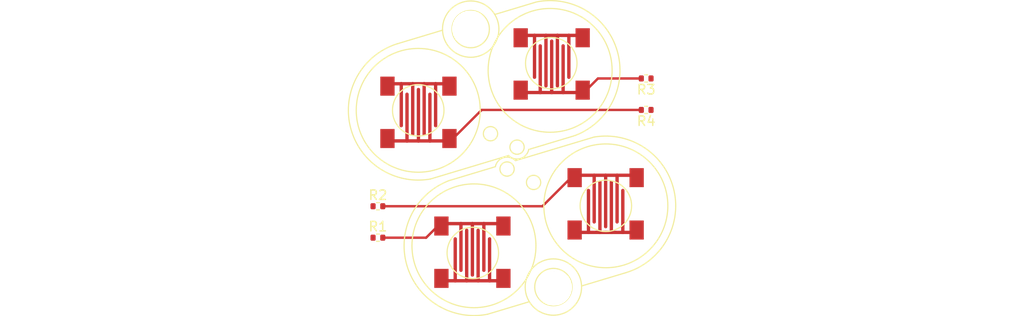
<source format=kicad_pcb>
(kicad_pcb (version 20221018) (generator pcbnew)
  (layers (0 "F.Cu" signal) (31 "B.Cu" signal) (34 "B.Paste" user) (35 "F.Paste" user) (36 "B.SilkS" user "B.Silkscreen") (37 "F.SilkS" user "F.Silkscreen") (38 "B.Mask" user) (39 "F.Mask" user) (44 "Edge.Cuts" user))
  (net 0 "")
  (net 1 "gnd")
  (net 2 "a")
  (net 3 "b")
  (net 4 "x")
  (net 5 "y")
  (net 6 "vcc")
  (footprint "lib:R0402" (layer "F.Cu") (at 195.58 59.944 180)
    (fp_text reference "R3" (at 0 -1.17) (layer "F.SilkS"))
    (fp_text value "62.5mW Thick Film Resistors 50V ±100ppm/℃ ±1% 10kΩ 0402  Chip Resistor - Surface Mount ROHS")
    (fp_line (start -0.153641 -0.38) (end 0.153641 -0.38) (stroke (width 0.12)) (layer "F.SilkS"))
    (fp_line (start -0.153641 0.38) (end 0.153641 0.38) (stroke (width 0.12)) (layer "F.SilkS"))
    (pad "1" smd roundrect (at -0.51 0 180) (size 0.54 0.64) (layers "F.Cu" "F.Paste" "F.Mask") (net 1 "gnd"))
    (pad "2" smd roundrect (at 0.51 0 180) (size 0.54 0.64) (layers "F.Cu" "F.Paste" "F.Mask") (net 4 "x"))
  )
  (footprint "lib:GBC_A_B_BUTTON" (layer "F.Cu") (at 191.331 73.108)
    (fp_text reference "U3" hide)
    (fp_text value "" hide)
    (fp_line (start -3 -3) (end -1.2 -3) (stroke (width 0.35)) (layer "F.Cu"))
    (fp_line (start -3 3) (end -1.8 3) (stroke (width 0.35)) (layer "F.Cu"))
    (fp_line (start -1.8 3) (end -1.8 -1.4) (stroke (width 0.35)) (layer "F.Cu"))
    (fp_line (start -1.8 3) (end -0.6 3) (stroke (width 0.35)) (layer "F.Cu"))
    (fp_line (start -1.2 -3) (end -1.2 1.9) (stroke (width 0.35)) (layer "F.Cu"))
    (fp_line (start -1.2 -3) (end 0 -3) (stroke (width 0.35)) (layer "F.Cu"))
    (fp_line (start -0.6 3) (end -0.6 -2.3) (stroke (width 0.35)) (layer "F.Cu"))
    (fp_line (start -0.6 3) (end 0.6 3) (stroke (width 0.35)) (layer "F.Cu"))
    (fp_line (start 0 -3) (end 0 2.4) (stroke (width 0.35)) (layer "F.Cu"))
    (fp_line (start 0 -3) (end 1.2 -3) (stroke (width 0.35)) (layer "F.Cu"))
    (fp_line (start 0.6 3) (end 0.6 -2.3) (stroke (width 0.35)) (layer "F.Cu"))
    (fp_line (start 0.6 3) (end 1.8 3) (stroke (width 0.35)) (layer "F.Cu"))
    (fp_line (start 1.2 -3) (end 1.2 1.9) (stroke (width 0.35)) (layer "F.Cu"))
    (fp_line (start 1.2 -3) (end 3 -3) (stroke (width 0.35)) (layer "F.Cu"))
    (fp_line (start 1.8 3) (end 1.8 -1.4) (stroke (width 0.35)) (layer "F.Cu"))
    (fp_line (start 1.8 3) (end 3 3) (stroke (width 0.35)) (layer "F.Cu"))
    (fp_poly (pts (xy -4 3.75) (xy -2.5 3.75) (xy -2.5 1.75) (xy -4 1.75)) (fill solid) (layer "F.Cu"))
    (pad "1" smd rect (at -3.25 -2.75) (size 1.5 2) (layers "F.Cu" "F.Paste" "F.Mask") (net 3 "b"))
    (pad "2" smd rect (at 0 3) (size 0.25 0.25) (layers "F.Cu") (net 6 "vcc"))
    (pad "3" smd rect (at 3.25 -2.75) (size 1.5 2) (layers "F.Cu" "F.Paste" "F.Mask") (net 3 "b"))
    (pad "4" smd rect (at 3.25 2.75) (size 1.5 2) (layers "F.Cu" "F.Paste" "F.Mask") (net 6 "vcc"))
  )
  (footprint "lib:R0402" (layer "F.Cu") (at 167.455 76.664)
    (fp_text reference "R1" (at 0 -1.17) (layer "F.SilkS"))
    (fp_text value "62.5mW Thick Film Resistors 50V ±100ppm/℃ ±1% 10kΩ 0402  Chip Resistor - Surface Mount ROHS")
    (fp_line (start -0.153641 -0.38) (end 0.153641 -0.38) (stroke (width 0.12)) (layer "F.SilkS"))
    (fp_line (start -0.153641 0.38) (end 0.153641 0.38) (stroke (width 0.12)) (layer "F.SilkS"))
    (pad "1" smd roundrect (at -0.51 0) (size 0.54 0.64) (layers "F.Cu" "F.Paste" "F.Mask") (net 1 "gnd"))
    (pad "2" smd roundrect (at 0.51 0) (size 0.54 0.64) (layers "F.Cu" "F.Paste" "F.Mask") (net 2 "a"))
  )
  (footprint "lib:GBC_A_B_BUTTON" (layer "F.Cu") (at 171.704 63.5 180)
    (fp_text reference "U6" hide)
    (fp_text value "" hide)
    (fp_line (start -3 -3) (end -1.2 -3) (stroke (width 0.35)) (layer "F.Cu"))
    (fp_line (start -3 3) (end -1.8 3) (stroke (width 0.35)) (layer "F.Cu"))
    (fp_line (start -1.8 3) (end -1.8 -1.4) (stroke (width 0.35)) (layer "F.Cu"))
    (fp_line (start -1.8 3) (end -0.6 3) (stroke (width 0.35)) (layer "F.Cu"))
    (fp_line (start -1.2 -3) (end -1.2 1.9) (stroke (width 0.35)) (layer "F.Cu"))
    (fp_line (start -1.2 -3) (end 0 -3) (stroke (width 0.35)) (layer "F.Cu"))
    (fp_line (start -0.6 3) (end -0.6 -2.3) (stroke (width 0.35)) (layer "F.Cu"))
    (fp_line (start -0.6 3) (end 0.6 3) (stroke (width 0.35)) (layer "F.Cu"))
    (fp_line (start 0 -3) (end 0 2.4) (stroke (width 0.35)) (layer "F.Cu"))
    (fp_line (start 0 -3) (end 1.2 -3) (stroke (width 0.35)) (layer "F.Cu"))
    (fp_line (start 0.6 3) (end 0.6 -2.3) (stroke (width 0.35)) (layer "F.Cu"))
    (fp_line (start 0.6 3) (end 1.8 3) (stroke (width 0.35)) (layer "F.Cu"))
    (fp_line (start 1.2 -3) (end 1.2 1.9) (stroke (width 0.35)) (layer "F.Cu"))
    (fp_line (start 1.2 -3) (end 3 -3) (stroke (width 0.35)) (layer "F.Cu"))
    (fp_line (start 1.8 3) (end 1.8 -1.4) (stroke (width 0.35)) (layer "F.Cu"))
    (fp_line (start 1.8 3) (end 3 3) (stroke (width 0.35)) (layer "F.Cu"))
    (fp_poly (pts (xy -4 3.75) (xy -2.5 3.75) (xy -2.5 1.75) (xy -4 1.75)) (fill solid) (layer "F.Cu"))
    (pad "1" smd rect (at -3.25 -2.75 180) (size 1.5 2) (layers "F.Cu" "F.Paste" "F.Mask") (net 5 "y"))
    (pad "2" smd rect (at 0 3 180) (size 0.25 0.25) (layers "F.Cu") (net 6 "vcc"))
    (pad "3" smd rect (at 3.25 -2.75 180) (size 1.5 2) (layers "F.Cu" "F.Paste" "F.Mask") (net 5 "y"))
    (pad "4" smd rect (at 3.25 2.75 180) (size 1.5 2) (layers "F.Cu" "F.Paste" "F.Mask") (net 6 "vcc"))
  )
  (footprint "lib:GAMEBOY_COLOR_A_B_BUTTON_MEMBRANE" (layer "F.Cu") (at 178.67075 60.820284 180)
    (fp_text reference "U4" hide)
    (fp_text value "" hide)
    (fp_line (start -9.441981 -5.120018) (end -4.59644 -6.5786) (stroke (width 0.127)) (layer "F.SilkS"))
    (fp_line (start -5.397868 8.9101) (end -1.037759 7.59764) (stroke (width 0.127)) (layer "F.SilkS"))
    (fp_line (start -2.482781 -7.21485) (end 5.716209 -9.682868) (stroke (width 0.127)) (layer "F.SilkS"))
    (fp_line (start 4.44319 5.94779) (end 9.094468 4.547681) (stroke (width 0.127)) (layer "F.SilkS"))
    (fp_arc (start -5.397868 8.910096) (mid -13.879167 3.756885) (end -9.441981 -5.120018) (stroke (width 0.127)) (layer "F.SilkS"))
    (fp_arc (start -4.596447 -6.578599) (mid -3.730759 -7.531721) (end -2.482781 -7.21485) (stroke (width 0.127)) (layer "F.SilkS"))
    (fp_arc (start 5.716209 -9.68287) (mid 14.116054 -4.160683) (end 9.094468 4.547681) (stroke (width 0.127)) (layer "F.SilkS"))
    (fp_circle (center -6.959509 2.47845) (end -4.2591 2.47845) (stroke (width 0.127)) (fill none) (layer "F.SilkS"))
    (fp_circle (center -6.84019 1.72794) (end -0.34019 1.72794) (stroke (width 0.127)) (fill none) (layer "F.SilkS"))
    (fp_circle (center -3.37045 -6.334768) (end -2.62045 -6.334768) (stroke (width 0.127)) (fill none) (layer "F.SilkS"))
    (fp_circle (center -0.588131 -4.92575) (end 0.161869 -4.92575) (stroke (width 0.127)) (fill none) (layer "F.SilkS"))
    (fp_circle (center 1.48784 6.058868) (end 3.44528 6.058868) (stroke (width 0.127)) (fill none) (layer "F.SilkS"))
    (fp_circle (center 1.48784 6.058868) (end 4.44528 6.058868) (stroke (width 0.127)) (fill none) (layer "F.SilkS"))
    (fp_circle (center 6.988581 -2.468659) (end 9.688999 -2.468659) (stroke (width 0.127)) (fill none) (layer "F.SilkS"))
    (fp_circle (center 6.988581 -2.468659) (end 13.488581 -2.468659) (stroke (width 0.127)) (fill none) (layer "F.SilkS"))
    (pad "" np_thru_hole circle (at 1.524 6.096 180) (size 3.81 3.81) (drill 3.81) (layers "*.Cu" "*.Mask"))
  )
  (footprint "lib:R0402" (layer "F.Cu") (at 195.58 63.246 180)
    (fp_text reference "R4" (at 0 -1.17) (layer "F.SilkS"))
    (fp_text value "62.5mW Thick Film Resistors 50V ±100ppm/℃ ±1% 10kΩ 0402  Chip Resistor - Surface Mount ROHS")
    (fp_line (start -0.153641 -0.38) (end 0.153641 -0.38) (stroke (width 0.12)) (layer "F.SilkS"))
    (fp_line (start -0.153641 0.38) (end 0.153641 0.38) (stroke (width 0.12)) (layer "F.SilkS"))
    (pad "1" smd roundrect (at -0.51 0 180) (size 0.54 0.64) (layers "F.Cu" "F.Paste" "F.Mask") (net 1 "gnd"))
    (pad "2" smd roundrect (at 0.51 0 180) (size 0.54 0.64) (layers "F.Cu" "F.Paste" "F.Mask") (net 5 "y"))
  )
  (footprint "lib:GBC_A_B_BUTTON" (layer "F.Cu") (at 185.674 58.42 180)
    (fp_text reference "U5" hide)
    (fp_text value "" hide)
    (fp_line (start -3 -3) (end -1.2 -3) (stroke (width 0.35)) (layer "F.Cu"))
    (fp_line (start -3 3) (end -1.8 3) (stroke (width 0.35)) (layer "F.Cu"))
    (fp_line (start -1.8 3) (end -1.8 -1.4) (stroke (width 0.35)) (layer "F.Cu"))
    (fp_line (start -1.8 3) (end -0.6 3) (stroke (width 0.35)) (layer "F.Cu"))
    (fp_line (start -1.2 -3) (end -1.2 1.9) (stroke (width 0.35)) (layer "F.Cu"))
    (fp_line (start -1.2 -3) (end 0 -3) (stroke (width 0.35)) (layer "F.Cu"))
    (fp_line (start -0.6 3) (end -0.6 -2.3) (stroke (width 0.35)) (layer "F.Cu"))
    (fp_line (start -0.6 3) (end 0.6 3) (stroke (width 0.35)) (layer "F.Cu"))
    (fp_line (start 0 -3) (end 0 2.4) (stroke (width 0.35)) (layer "F.Cu"))
    (fp_line (start 0 -3) (end 1.2 -3) (stroke (width 0.35)) (layer "F.Cu"))
    (fp_line (start 0.6 3) (end 0.6 -2.3) (stroke (width 0.35)) (layer "F.Cu"))
    (fp_line (start 0.6 3) (end 1.8 3) (stroke (width 0.35)) (layer "F.Cu"))
    (fp_line (start 1.2 -3) (end 1.2 1.9) (stroke (width 0.35)) (layer "F.Cu"))
    (fp_line (start 1.2 -3) (end 3 -3) (stroke (width 0.35)) (layer "F.Cu"))
    (fp_line (start 1.8 3) (end 1.8 -1.4) (stroke (width 0.35)) (layer "F.Cu"))
    (fp_line (start 1.8 3) (end 3 3) (stroke (width 0.35)) (layer "F.Cu"))
    (fp_poly (pts (xy -4 3.75) (xy -2.5 3.75) (xy -2.5 1.75) (xy -4 1.75)) (fill solid) (layer "F.Cu"))
    (pad "1" smd rect (at -3.25 -2.75 180) (size 1.5 2) (layers "F.Cu" "F.Paste" "F.Mask") (net 4 "x"))
    (pad "2" smd rect (at 0 3 180) (size 0.25 0.25) (layers "F.Cu") (net 6 "vcc"))
    (pad "3" smd rect (at 3.25 -2.75 180) (size 1.5 2) (layers "F.Cu" "F.Paste" "F.Mask") (net 4 "x"))
    (pad "4" smd rect (at 3.25 2.75 180) (size 1.5 2) (layers "F.Cu" "F.Paste" "F.Mask") (net 6 "vcc"))
  )
  (footprint "lib:GAMEBOY_COLOR_A_B_BUTTON_MEMBRANE" (layer "F.Cu") (at 184.36425 75.787716)
    (fp_text reference "U1" hide)
    (fp_text value "" hide)
    (fp_line (start -9.441981 -5.120018) (end -4.59644 -6.5786) (stroke (width 0.127)) (layer "F.SilkS"))
    (fp_line (start -5.397868 8.9101) (end -1.037759 7.59764) (stroke (width 0.127)) (layer "F.SilkS"))
    (fp_line (start -2.482781 -7.21485) (end 5.716209 -9.682868) (stroke (width 0.127)) (layer "F.SilkS"))
    (fp_line (start 4.44319 5.94779) (end 9.094468 4.547681) (stroke (width 0.127)) (layer "F.SilkS"))
    (fp_arc (start -5.397868 8.910096) (mid -13.879167 3.756885) (end -9.441981 -5.120018) (stroke (width 0.127)) (layer "F.SilkS"))
    (fp_arc (start -4.596447 -6.578599) (mid -3.730759 -7.531721) (end -2.482781 -7.21485) (stroke (width 0.127)) (layer "F.SilkS"))
    (fp_arc (start 5.716209 -9.68287) (mid 14.116054 -4.160683) (end 9.094468 4.547681) (stroke (width 0.127)) (layer "F.SilkS"))
    (fp_circle (center -6.959509 2.47845) (end -4.2591 2.47845) (stroke (width 0.127)) (fill none) (layer "F.SilkS"))
    (fp_circle (center -6.84019 1.72794) (end -0.34019 1.72794) (stroke (width 0.127)) (fill none) (layer "F.SilkS"))
    (fp_circle (center -3.37045 -6.334768) (end -2.62045 -6.334768) (stroke (width 0.127)) (fill none) (layer "F.SilkS"))
    (fp_circle (center -0.588131 -4.92575) (end 0.161869 -4.92575) (stroke (width 0.127)) (fill none) (layer "F.SilkS"))
    (fp_circle (center 1.48784 6.058868) (end 3.44528 6.058868) (stroke (width 0.127)) (fill none) (layer "F.SilkS"))
    (fp_circle (center 1.48784 6.058868) (end 4.44528 6.058868) (stroke (width 0.127)) (fill none) (layer "F.SilkS"))
    (fp_circle (center 6.988581 -2.468659) (end 9.688999 -2.468659) (stroke (width 0.127)) (fill none) (layer "F.SilkS"))
    (fp_circle (center 6.988581 -2.468659) (end 13.488581 -2.468659) (stroke (width 0.127)) (fill none) (layer "F.SilkS"))
    (pad "" np_thru_hole circle (at 1.524 6.096) (size 3.81 3.81) (drill 3.81) (layers "*.Cu" "*.Mask"))
  )
  (footprint "lib:R0402" (layer "F.Cu") (at 167.455 73.362)
    (fp_text reference "R2" (at 0 -1.17) (layer "F.SilkS"))
    (fp_text value "62.5mW Thick Film Resistors 50V ±100ppm/℃ ±1% 10kΩ 0402  Chip Resistor - Surface Mount ROHS")
    (fp_line (start -0.153641 -0.38) (end 0.153641 -0.38) (stroke (width 0.12)) (layer "F.SilkS"))
    (fp_line (start -0.153641 0.38) (end 0.153641 0.38) (stroke (width 0.12)) (layer "F.SilkS"))
    (pad "1" smd roundrect (at -0.51 0) (size 0.54 0.64) (layers "F.Cu" "F.Paste" "F.Mask") (net 1 "gnd"))
    (pad "2" smd roundrect (at 0.51 0) (size 0.54 0.64) (layers "F.Cu" "F.Paste" "F.Mask") (net 3 "b"))
  )
  (footprint "lib:GBC_A_B_BUTTON" (layer "F.Cu") (at 177.361 78.188)
    (fp_text reference "U2" hide)
    (fp_text value "" hide)
    (fp_line (start -3 -3) (end -1.2 -3) (stroke (width 0.35)) (layer "F.Cu"))
    (fp_line (start -3 3) (end -1.8 3) (stroke (width 0.35)) (layer "F.Cu"))
    (fp_line (start -1.8 3) (end -1.8 -1.4) (stroke (width 0.35)) (layer "F.Cu"))
    (fp_line (start -1.8 3) (end -0.6 3) (stroke (width 0.35)) (layer "F.Cu"))
    (fp_line (start -1.2 -3) (end -1.2 1.9) (stroke (width 0.35)) (layer "F.Cu"))
    (fp_line (start -1.2 -3) (end 0 -3) (stroke (width 0.35)) (layer "F.Cu"))
    (fp_line (start -0.6 3) (end -0.6 -2.3) (stroke (width 0.35)) (layer "F.Cu"))
    (fp_line (start -0.6 3) (end 0.6 3) (stroke (width 0.35)) (layer "F.Cu"))
    (fp_line (start 0 -3) (end 0 2.4) (stroke (width 0.35)) (layer "F.Cu"))
    (fp_line (start 0 -3) (end 1.2 -3) (stroke (width 0.35)) (layer "F.Cu"))
    (fp_line (start 0.6 3) (end 0.6 -2.3) (stroke (width 0.35)) (layer "F.Cu"))
    (fp_line (start 0.6 3) (end 1.8 3) (stroke (width 0.35)) (layer "F.Cu"))
    (fp_line (start 1.2 -3) (end 1.2 1.9) (stroke (width 0.35)) (layer "F.Cu"))
    (fp_line (start 1.2 -3) (end 3 -3) (stroke (width 0.35)) (layer "F.Cu"))
    (fp_line (start 1.8 3) (end 1.8 -1.4) (stroke (width 0.35)) (layer "F.Cu"))
    (fp_line (start 1.8 3) (end 3 3) (stroke (width 0.35)) (layer "F.Cu"))
    (fp_poly (pts (xy -4 3.75) (xy -2.5 3.75) (xy -2.5 1.75) (xy -4 1.75)) (fill solid) (layer "F.Cu"))
    (pad "1" smd rect (at -3.25 -2.75) (size 1.5 2) (layers "F.Cu" "F.Paste" "F.Mask") (net 2 "a"))
    (pad "2" smd rect (at 0 3) (size 0.25 0.25) (layers "F.Cu") (net 6 "vcc"))
    (pad "3" smd rect (at 3.25 -2.75) (size 1.5 2) (layers "F.Cu" "F.Paste" "F.Mask") (net 2 "a"))
    (pad "4" smd rect (at 3.25 2.75) (size 1.5 2) (layers "F.Cu" "F.Paste" "F.Mask") (net 6 "vcc"))
  )
  (segment (start 172.51 76.664) (end 173.736 75.438) (width 0.25) (layer "F.Cu") (net 2))
  (segment (start 167.965 76.664) (end 172.51 76.664) (width 0.25) (layer "F.Cu") (net 2))
  (segment (start 167.965 73.362) (end 184.702 73.362) (width 0.25) (layer "F.Cu") (net 3))
  (segment (start 184.702 73.362) (end 187.706 70.358) (width 0.25) (layer "F.Cu") (net 3))
  (segment (start 190.525 59.944) (end 189.299 61.17) (width 0.25) (layer "F.Cu") (net 4))
  (segment (start 195.07 59.944) (end 190.525 59.944) (width 0.25) (layer "F.Cu") (net 4))
  (segment (start 195.07 63.246) (end 178.333 63.246) (width 0.25) (layer "F.Cu") (net 5))
  (segment (start 178.333 63.246) (end 175.329 66.25) (width 0.25) (layer "F.Cu") (net 5))
)
</source>
